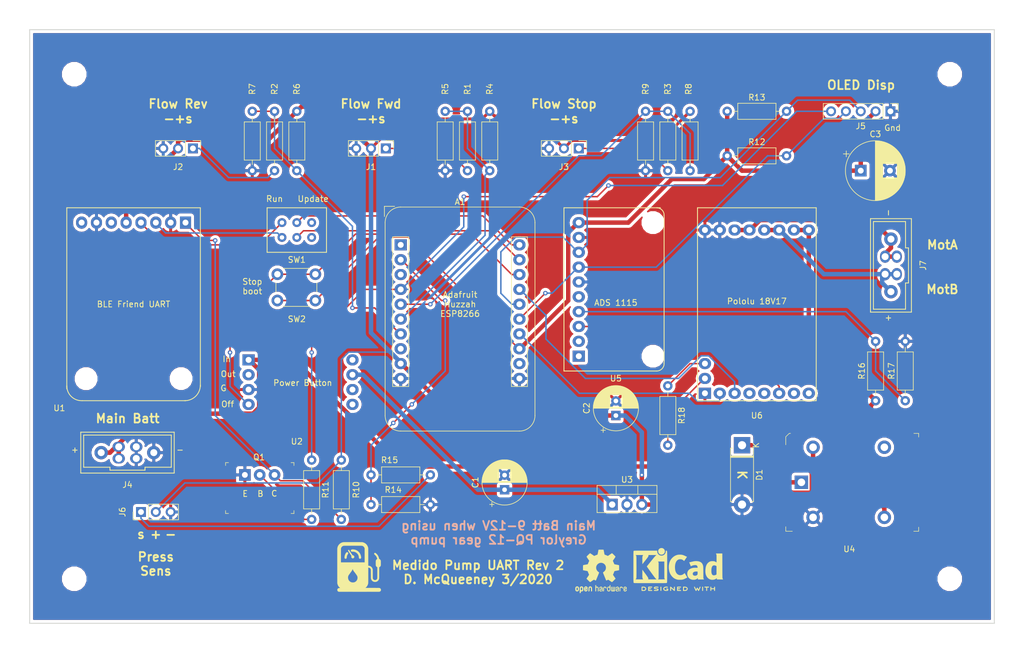
<source format=kicad_pcb>
(kicad_pcb (version 20171130) (host pcbnew 5.0.2+dfsg1-1~bpo9+1)
  (layers (0 F.Cu signal) (31 B.Cu signal) (34 B.Paste user) (35 F.Paste user) (36 B.SilkS user) (37 F.SilkS user) (38 B.Mask user) (39 F.Mask user) (44 Edge.Cuts user))
  (net 0 "")
  (net 1 GND)
  (net 2 "Net-(Q1-Pad2)")
  (net 3 "Net-(Q1-Pad3)")
  (net 4 "Net-(R16-Pad2)")
  (net 5 "Net-(J1-Pad1)")
  (net 6 "Net-(A1-Pad6)")
  (net 7 "Net-(A1-Pad7)")
  (net 8 "Net-(J2-Pad1)")
  (net 9 +5V)
  (net 10 "Net-(A1-Pad5)")
  (net 11 /OLED_RST)
  (net 12 +3V3)
  (net 13 "Net-(A1-Pad15)")
  (net 14 "Net-(A1-Pad16)")
  (net 15 "Net-(A1-Pad2)")
  (net 16 "Net-(J6-Pad1)")
  (net 17 "Net-(R16-Pad1)")
  (net 18 "Net-(J3-Pad1)")
  (net 19 "Net-(C1-Pad1)")
  (net 20 "Net-(A1-Pad1)")
  (net 21 "Net-(A1-Pad20)")
  (net 22 "Net-(A1-Pad19)")
  (net 23 "Net-(A1-Pad3)")
  (net 24 "Net-(A1-Pad18)")
  (net 25 "Net-(A1-Pad17)")
  (net 26 "Net-(A1-Pad14)")
  (net 27 "Net-(A1-Pad8)")
  (net 28 "Net-(A1-Pad12)")
  (net 29 "Net-(U5-Pad1)")
  (net 30 "Net-(U5-Pad2)")
  (net 31 "Net-(U5-Pad3)")
  (net 32 "Net-(U5-Pad5)")
  (net 33 "Net-(SW1-Pad1)")
  (net 34 "Net-(SW1-Pad3)")
  (net 35 "Net-(U1-Pad6)")
  (net 36 "Net-(U1-Pad8)")
  (net 37 "Net-(U2-Pad8)")
  (net 38 "Net-(U2-Pad6)")
  (net 39 "Net-(U2-Pad5)")
  (net 40 "Net-(U2-Pad2)")
  (net 41 "Net-(U4-Pad4)")
  (net 42 "Net-(U6-Pad4)")
  (net 43 "Net-(J7-Pad1)")
  (net 44 "Net-(U6-Pad5)")
  (net 45 "Net-(U6-Pad7)")
  (net 46 "Net-(U6-Pad8)")
  (net 47 "Net-(R18-Pad1)")
  (net 48 "Net-(R18-Pad2)")
  (net 49 "Net-(J4-Pad4)")
  (net 50 "Net-(J7-Pad4)")
  (module MedidoFootprints:MultiplexConn (layer F.Cu) (at 37.06 100.33)
    (fp_text reference J4 (at 0 5.5) (layer F.SilkS))
    (fp_text value MultiplexConn)
    (fp_text user + (at -9 -0.5) (layer F.SilkS))
    (fp_text user - (at 9 -0.5) (layer F.SilkS))
    (pad 3 thru_hole oval (at 1.5 1) (size 2.1 1.7) (drill oval 1.2) (layers *.Cu *.Mask) (net 1 GND))
    (pad 5 thru_hole oval (at -1.5 1) (size 2.1 1.7) (drill oval 1.2) (layers *.Cu *.Mask) (net 49 "Net-(J4-Pad4)"))
    (pad 4 thru_hole oval (at -4.5 0) (size 2.3 2.3) (drill oval 1.2) (layers *.Cu *.Mask) (net 49 "Net-(J4-Pad4)"))
    (pad 6 thru_hole oval (at -1.5 -1) (size 2.1 1.7) (drill oval 1.2) (layers *.Cu *.Mask) (net 49 "Net-(J4-Pad4)"))
    (pad 2 thru_hole oval (at 1.5 -1 180) (size 2.1 1.7) (drill oval 1.2) (layers *.Cu *.Mask) (net 1 GND))
    (pad 1 thru_hole oval (at 4.5 0) (size 2.3 2.3) (drill oval 1.2) (layers *.Cu *.Mask) (net 1 GND))
  )
  (module MedidoFootprints:MultiplexConn (layer F.Cu) (at 167.7275 68.28396 90)
    (fp_text reference J7 (at 0 5.5 90) (layer F.SilkS))
    (fp_text value MultiplexConn)
    (fp_text user + (at -9 -0.5 90) (layer F.SilkS))
    (fp_text user - (at 9 -0.5 90) (layer F.SilkS))
    (pad 3 thru_hole oval (at 1.5 1 90) (size 2.1 1.7) (drill oval 1.2) (layers *.Cu *.Mask) (net 43 "Net-(J7-Pad1)"))
    (pad 5 thru_hole oval (at -1.5 1 90) (size 2.1 1.7) (drill oval 1.2) (layers *.Cu *.Mask) (net 50 "Net-(J7-Pad4)"))
    (pad 4 thru_hole oval (at -4.5 0 90) (size 2.3 2.3) (drill oval 1.2) (layers *.Cu *.Mask) (net 50 "Net-(J7-Pad4)"))
    (pad 6 thru_hole oval (at -1.5 -1 90) (size 2.1 1.7) (drill oval 1.2) (layers *.Cu *.Mask) (net 50 "Net-(J7-Pad4)"))
    (pad 2 thru_hole oval (at 1.5 -1 270) (size 2.1 1.7) (drill oval 1.2) (layers *.Cu *.Mask) (net 43 "Net-(J7-Pad1)"))
    (pad 1 thru_hole oval (at 4.5 0 90) (size 2.3 2.3) (drill oval 1.2) (layers *.Cu *.Mask) (net 43 "Net-(J7-Pad1)"))
  )
  (module Resistor_THT:R_Axial_DIN0207_L6.3mm_D2.5mm_P10.16mm_Horizontal (layer F.Cu) (at 129.54 88.9 270)
    (fp_text reference R18 (at 5.08 -2.37 270) (layer F.SilkS))
    (fp_text value "Curr Lim")
    (pad 2 thru_hole oval (at 10.16 0 270) (size 1.6 1.6) (drill 0.8) (layers *.Cu *.Mask) (net 48 "Net-(R18-Pad2)"))
    (pad 1 thru_hole circle (at 0 0 270) (size 1.6 1.6) (drill 0.8) (layers *.Cu *.Mask) (net 47 "Net-(R18-Pad1)"))
  )
  (module Capacitor_THT:CP_Radial_D7.5mm_P2.50mm (layer F.Cu) (at 101.6 106.68 90)
    (fp_text reference C1 (at 1.25 -5 90) (layer F.SilkS))
    (fp_text value C)
    (pad 2 thru_hole circle (at 2.5 0 90) (size 1.6 1.6) (drill 0.8) (layers *.Cu *.Mask) (net 1 GND))
    (pad 1 thru_hole rect (at 0 0 90) (size 1.6 1.6) (drill 0.8) (layers *.Cu *.Mask) (net 19 "Net-(C1-Pad1)"))
  )
  (module Capacitor_THT:CP_Radial_D7.5mm_P2.50mm (layer F.Cu) (at 120.65 93.98 90)
    (fp_text reference C2 (at 1.25 -5 90) (layer F.SilkS))
    (fp_text value C)
    (pad 2 thru_hole circle (at 2.5 0 90) (size 1.6 1.6) (drill 0.8) (layers *.Cu *.Mask) (net 1 GND))
    (pad 1 thru_hole rect (at 0 0 90) (size 1.6 1.6) (drill 0.8) (layers *.Cu *.Mask) (net 9 +5V))
  )
  (module MedidoFootprints:Pololu18V17 (layer F.Cu) (at 144.78 76.2)
    (fp_text reference U6 (at 0 17.78) (layer F.SilkS))
    (fp_text value Pololu18v17)
    (fp_text user "Pololu 18V17" (at 0 -1.778) (layer F.SilkS))
    (pad 17 thru_hole oval (at -8.89 8.89) (size 2.1 1.9) (drill 1.02) (layers *.Cu *.Mask) (net 47 "Net-(R18-Pad1)"))
    (pad 18 thru_hole oval (at -8.89 11.43) (size 2.1 1.9) (drill 1.02) (layers *.Cu *.Mask) (net 48 "Net-(R18-Pad2)"))
    (pad 16 thru_hole oval (at -8.89 -13.97) (size 2.1 1.9) (drill 1.02) (layers *.Cu *.Mask) (net 1 GND))
    (pad 15 thru_hole oval (at -6.35 -13.97) (size 2.1 1.9) (drill 1.02) (layers *.Cu *.Mask) (net 1 GND))
    (pad 14 thru_hole oval (at -3.81 -13.97) (size 2.1 1.9) (drill 1.02) (layers *.Cu *.Mask) (net 43 "Net-(J7-Pad1)"))
    (pad 13 thru_hole oval (at -1.27 -13.97) (size 2.1 1.9) (drill 1.02) (layers *.Cu *.Mask) (net 43 "Net-(J7-Pad1)"))
    (pad 12 thru_hole oval (at 1.27 -13.97) (size 2.1 1.9) (drill 1.02) (layers *.Cu *.Mask) (net 50 "Net-(J7-Pad4)"))
    (pad 11 thru_hole oval (at 3.81 -13.97) (size 2.1 1.9) (drill 1.02) (layers *.Cu *.Mask) (net 50 "Net-(J7-Pad4)"))
    (pad 10 thru_hole oval (at 6.35 -13.97) (size 2.1 1.9) (drill 1.02) (layers *.Cu *.Mask) (net 17 "Net-(R16-Pad1)"))
    (pad 9 thru_hole oval (at 8.89 -13.97) (size 2.1 1.9) (drill 1.02) (layers *.Cu *.Mask) (net 17 "Net-(R16-Pad1)"))
    (pad 8 thru_hole oval (at 8.89 13.97) (size 2.1 1.9) (drill 1.02) (layers *.Cu *.Mask) (net 46 "Net-(U6-Pad8)"))
    (pad 7 thru_hole oval (at 6.35 13.97) (size 2.1 1.9) (drill 1.02) (layers *.Cu *.Mask) (net 45 "Net-(U6-Pad7)"))
    (pad 6 thru_hole oval (at 3.81 13.97) (size 2.1 1.9) (drill 1.02) (layers *.Cu *.Mask) (net 31 "Net-(U5-Pad3)"))
    (pad 5 thru_hole oval (at 1.27 13.97) (size 2.1 1.9) (drill 1.02) (layers *.Cu *.Mask) (net 44 "Net-(U6-Pad5)"))
    (pad 4 thru_hole oval (at -1.27 13.97) (size 2.1 1.9) (drill 1.02) (layers *.Cu *.Mask) (net 42 "Net-(U6-Pad4)"))
    (pad 3 thru_hole oval (at -3.81 13.97) (size 2.1 1.9) (drill 1.02) (layers *.Cu *.Mask) (net 25 "Net-(A1-Pad17)"))
    (pad 2 thru_hole oval (at -6.35 13.97) (size 2.1 1.9) (drill 1.02) (layers *.Cu *.Mask) (net 26 "Net-(A1-Pad14)"))
    (pad 1 thru_hole rect (at -8.89 13.97) (size 2.1 1.9) (drill 1.02) (layers *.Cu *.Mask) (net 1 GND))
  )
  (module MedidoFootprints:SmallSlider (layer F.Cu) (at 66.04 60.96)
    (fp_text reference SW1 (at 0 6.35) (layer F.SilkS))
    (fp_text value SW_DPST)
    (pad 6 thru_hole circle (at 2.54 0) (size 1.524 1.524) (drill 0.762) (layers *.Cu *.Mask))
    (pad 5 thru_hole circle (at 2.54 2.54) (size 1.524 1.524) (drill 0.762) (layers *.Cu *.Mask))
    (pad 3 thru_hole circle (at -2.54 0) (size 1.524 1.524) (drill 0.762) (layers *.Cu *.Mask) (net 34 "Net-(SW1-Pad3)"))
    (pad 4 thru_hole circle (at 0 0) (size 1.524 1.524) (drill 0.762) (layers *.Cu *.Mask) (net 21 "Net-(A1-Pad20)"))
    (pad 2 thru_hole circle (at 0 2.54) (size 1.524 1.524) (drill 0.762) (layers *.Cu *.Mask) (net 22 "Net-(A1-Pad19)"))
    (pad 1 thru_hole circle (at -2.54 2.54) (size 1.524 1.524) (drill 0.762) (layers *.Cu *.Mask) (net 33 "Net-(SW1-Pad1)"))
  )
  (module Module:Adafruit_HUZZAH_ESP8266_breakout (layer F.Cu) (at 83.82 64.77)
    (fp_text reference A1 (at 10.16 -7.35) (layer F.SilkS))
    (fp_text value Adafruit_HUZZAH_ESP8266_breakout)
    (pad 11 thru_hole oval (at 20.32 22.86) (size 2.1 1.9) (drill 1.02) (layers *.Cu *.Mask) (net 1 GND))
    (pad 10 thru_hole oval (at 0 22.86) (size 2.1 1.9) (drill 1.02) (layers *.Cu *.Mask) (net 1 GND))
    (pad 12 thru_hole oval (at 20.32 20.32) (size 2.1 1.9) (drill 1.02) (layers *.Cu *.Mask) (net 28 "Net-(A1-Pad12)"))
    (pad 9 thru_hole oval (at 0 20.32) (size 2.1 1.9) (drill 1.02) (layers *.Cu *.Mask) (net 9 +5V))
    (pad 13 thru_hole oval (at 20.32 17.78) (size 2.1 1.9) (drill 1.02) (layers *.Cu *.Mask) (net 12 +3V3))
    (pad 8 thru_hole oval (at 0 17.78) (size 2.1 1.9) (drill 1.02) (layers *.Cu *.Mask) (net 27 "Net-(A1-Pad8)"))
    (pad 14 thru_hole oval (at 20.32 15.24) (size 2.1 1.9) (drill 1.02) (layers *.Cu *.Mask) (net 26 "Net-(A1-Pad14)"))
    (pad 7 thru_hole oval (at 0 15.24) (size 2.1 1.9) (drill 1.02) (layers *.Cu *.Mask) (net 7 "Net-(A1-Pad7)"))
    (pad 15 thru_hole oval (at 20.32 12.7) (size 2.1 1.9) (drill 1.02) (layers *.Cu *.Mask) (net 13 "Net-(A1-Pad15)"))
    (pad 6 thru_hole oval (at 0 12.7) (size 2.1 1.9) (drill 1.02) (layers *.Cu *.Mask) (net 6 "Net-(A1-Pad6)"))
    (pad 16 thru_hole oval (at 20.32 10.16) (size 2.1 1.9) (drill 1.02) (layers *.Cu *.Mask) (net 14 "Net-(A1-Pad16)"))
    (pad 5 thru_hole oval (at 0 10.16) (size 2.1 1.9) (drill 1.02) (layers *.Cu *.Mask) (net 10 "Net-(A1-Pad5)"))
    (pad 17 thru_hole oval (at 20.32 7.62) (size 2.1 1.9) (drill 1.02) (layers *.Cu *.Mask) (net 25 "Net-(A1-Pad17)"))
    (pad 4 thru_hole oval (at 0 7.62) (size 2.1 1.9) (drill 1.02) (layers *.Cu *.Mask) (net 11 /OLED_RST))
    (pad 18 thru_hole oval (at 20.32 5.08) (size 2.1 1.9) (drill 1.02) (layers *.Cu *.Mask) (net 24 "Net-(A1-Pad18)"))
    (pad 3 thru_hole oval (at 0 5.08) (size 2.1 1.9) (drill 1.02) (layers *.Cu *.Mask) (net 23 "Net-(A1-Pad3)"))
    (pad 19 thru_hole oval (at 20.32 2.54) (size 2.1 1.9) (drill 1.02) (layers *.Cu *.Mask) (net 22 "Net-(A1-Pad19)"))
    (pad 2 thru_hole oval (at 0 2.54) (size 2.1 1.9) (drill 1.02) (layers *.Cu *.Mask) (net 15 "Net-(A1-Pad2)"))
    (pad 20 thru_hole oval (at 20.32 0) (size 2.1 1.9) (drill 1.02) (layers *.Cu *.Mask) (net 21 "Net-(A1-Pad20)"))
    (pad 1 thru_hole rect (at 0 0) (size 2.1 1.9) (drill 1.02) (layers *.Cu *.Mask) (net 20 "Net-(A1-Pad1)"))
  )
  (module Resistor_THT:R_Axial_DIN0207_L6.3mm_D2.5mm_P10.16mm_Horizontal (layer F.Cu) (at 99.06 41.91 270)
    (fp_text reference R4 (at -3.81 0 270) (layer F.SilkS))
    (fp_text value Optional)
    (pad 2 thru_hole oval (at 10.16 0 270) (size 1.6 1.6) (drill 0.8) (layers *.Cu *.Mask) (net 6 "Net-(A1-Pad6)"))
    (pad 1 thru_hole circle (at 0 0 270) (size 1.6 1.6) (drill 0.8) (layers *.Cu *.Mask) (net 9 +5V))
  )
  (module MedidoFootprints:PowerButton (layer F.Cu) (at 57.785 89.535)
    (fp_text reference U2 (at 8.255 8.89) (layer F.SilkS))
    (fp_text value PowerButton)
    (fp_text user "Power Button" (at 9.271 -1.143) (layer F.SilkS))
    (pad 8 thru_hole oval (at 17.78 -5.08) (size 2.1 1.9) (drill 1.02) (layers *.Cu *.Mask) (net 37 "Net-(U2-Pad8)"))
    (pad 7 thru_hole oval (at 17.78 -2.54) (size 2.1 1.9) (drill 1.02) (layers *.Cu *.Mask) (net 19 "Net-(C1-Pad1)"))
    (pad 6 thru_hole oval (at 17.78 0) (size 2.1 1.9) (drill 1.02) (layers *.Cu *.Mask) (net 38 "Net-(U2-Pad6)"))
    (pad 5 thru_hole oval (at 17.78 2.54) (size 2.1 1.9) (drill 1.02) (layers *.Cu *.Mask) (net 39 "Net-(U2-Pad5)"))
    (pad 4 thru_hole oval (at 0 2.54) (size 2.1 1.9) (drill 1.02) (layers *.Cu *.Mask) (net 24 "Net-(A1-Pad18)"))
    (pad 3 thru_hole oval (at 0 0) (size 2.1 1.9) (drill 1.02) (layers *.Cu *.Mask) (net 1 GND))
    (pad 2 thru_hole oval (at 0 -2.54) (size 2.1 1.9) (drill 1.02) (layers *.Cu *.Mask) (net 40 "Net-(U2-Pad2)"))
    (pad 1 thru_hole rect (at 0 -5.08) (size 2.1 1.9) (drill 1.02) (layers *.Cu *.Mask) (net 49 "Net-(J4-Pad4)"))
  )
  (module MedidoFootprints:ADS_1115 (layer F.Cu) (at 114.3 71.12)
    (fp_text reference U5 (at 6.35 16.51) (layer F.SilkS))
    (fp_text value ADS_1115)
    (fp_text user "ADS 1115" (at 6.35 3.556) (layer F.SilkS))
    (pad "" np_thru_hole circle (at 12.7 -10.16) (size 2.9 2.9) (drill 2.9) (layers *.Cu *.Mask))
    (pad "" np_thru_hole circle (at 12.7 12.7) (size 2.9 2.9) (drill 2.9) (layers *.Cu *.Mask))
    (pad 10 thru_hole oval (at 0 -10.16) (size 2.1 1.9) (drill 1.02) (layers *.Cu *.Mask) (net 12 +3V3))
    (pad 9 thru_hole oval (at 0 -7.62) (size 2.1 1.9) (drill 1.02) (layers *.Cu *.Mask) (net 1 GND))
    (pad 8 thru_hole oval (at 0 -5.08) (size 2.1 1.9) (drill 1.02) (layers *.Cu *.Mask) (net 14 "Net-(A1-Pad16)"))
    (pad 7 thru_hole oval (at 0 -2.54) (size 2.1 1.9) (drill 1.02) (layers *.Cu *.Mask) (net 13 "Net-(A1-Pad15)"))
    (pad 6 thru_hole oval (at 0 0) (size 2.1 1.9) (drill 1.02) (layers *.Cu *.Mask) (net 1 GND))
    (pad 5 thru_hole oval (at 0 2.54) (size 2.1 1.9) (drill 1.02) (layers *.Cu *.Mask) (net 32 "Net-(U5-Pad5)"))
    (pad 4 thru_hole oval (at 0 5.08) (size 2.1 1.9) (drill 1.02) (layers *.Cu *.Mask) (net 4 "Net-(R16-Pad2)"))
    (pad 3 thru_hole oval (at 0 7.62) (size 2.1 1.9) (drill 1.02) (layers *.Cu *.Mask) (net 31 "Net-(U5-Pad3)"))
    (pad 2 thru_hole oval (at 0 10.16) (size 2.1 1.9) (drill 1.02) (layers *.Cu *.Mask) (net 30 "Net-(U5-Pad2)"))
    (pad 1 thru_hole rect (at 0 12.7) (size 2.1 1.9) (drill 1.02) (layers *.Cu *.Mask) (net 29 "Net-(U5-Pad1)"))
  )
  (module MedidoFootprints:BLE_FRIEND (layer F.Cu) (at 38.1 60.96 270)
    (fp_text reference U1 (at 31.75 12.7) (layer F.SilkS))
    (fp_text value BLE_FRIEND)
    (fp_text user "BLE Friend UART" (at 13.97 0) (layer F.SilkS))
    (pad "" np_thru_hole circle (at 26.6954 8.128 270) (size 2.9 2.9) (drill 2.9) (layers *.Cu *.Mask))
    (pad "" np_thru_hole circle (at 26.7208 8.128 270) (size 2.9 2.9) (drill 2.9) (layers *.Cu *.Mask))
    (pad "" np_thru_hole circle (at 26.6954 -8.128 270) (size 2.9 2.9) (drill 2.9) (layers *.Cu *.Mask))
    (pad 8 thru_hole oval (at 0 8.89 270) (size 2.1 1.9) (drill 1.02) (layers *.Cu *.Mask) (net 36 "Net-(U1-Pad8)"))
    (pad 7 thru_hole oval (at 0 6.35 270) (size 2.1 1.9) (drill 1.02) (layers *.Cu *.Mask) (net 1 GND))
    (pad 6 thru_hole oval (at 0 3.81 270) (size 2.1 1.9) (drill 1.02) (layers *.Cu *.Mask) (net 35 "Net-(U1-Pad6)"))
    (pad 5 thru_hole oval (at 0 1.27 270) (size 2.1 1.9) (drill 1.02) (layers *.Cu *.Mask) (net 9 +5V))
    (pad 4 thru_hole oval (at 0 -1.27 270) (size 2.1 1.9) (drill 1.02) (layers *.Cu *.Mask) (net 34 "Net-(SW1-Pad3)"))
    (pad 3 thru_hole oval (at 0 -3.81 270) (size 2.1 1.9) (drill 1.02) (layers *.Cu *.Mask) (net 33 "Net-(SW1-Pad1)"))
    (pad 2 thru_hole oval (at 0 -6.35 270) (size 2.1 1.9) (drill 1.02) (layers *.Cu *.Mask) (net 1 GND))
    (pad 1 thru_hole rect (at 0 -8.89 270) (size 2.1 1.9) (drill 1.02) (layers *.Cu *.Mask) (net 3 "Net-(Q1-Pad3)"))
  )
  (module Capacitor_THT:CP_Radial_D10.0mm_P5.00mm (layer F.Cu) (at 162.56 52.07)
    (fp_text reference C3 (at 2.5 -6.25) (layer F.SilkS))
    (fp_text value 220uF)
    (pad 2 thru_hole circle (at 5 0) (size 2 2) (drill 1) (layers *.Cu *.Mask) (net 1 GND))
    (pad 1 thru_hole rect (at 0 0) (size 2 2) (drill 1) (layers *.Cu *.Mask) (net 12 +3V3))
  )
  (module Connector_PinHeader_2.54mm:PinHeader_1x03_P2.54mm_Vertical (layer F.Cu) (at 114.3 48.26 270)
    (fp_text reference J3 (at 3.175 2.54) (layer F.SilkS))
    (fp_text value Flow_Stop)
    (pad 3 thru_hole oval (at 0 5.08 270) (size 1.7 1.7) (drill 1) (layers *.Cu *.Mask) (net 1 GND))
    (pad 2 thru_hole oval (at 0 2.54 270) (size 1.7 1.7) (drill 1) (layers *.Cu *.Mask) (net 9 +5V))
    (pad 1 thru_hole rect (at 0 0 270) (size 1.7 1.7) (drill 1) (layers *.Cu *.Mask) (net 18 "Net-(J3-Pad1)"))
  )
  (module Connector_PinHeader_2.54mm:PinHeader_1x03_P2.54mm_Vertical (layer F.Cu) (at 48.26 48.26 270)
    (fp_text reference J2 (at 3.175 2.54) (layer F.SilkS))
    (fp_text value Flow_Rev)
    (pad 3 thru_hole oval (at 0 5.08 270) (size 1.7 1.7) (drill 1) (layers *.Cu *.Mask) (net 1 GND))
    (pad 2 thru_hole oval (at 0 2.54 270) (size 1.7 1.7) (drill 1) (layers *.Cu *.Mask) (net 9 +5V))
    (pad 1 thru_hole rect (at 0 0 270) (size 1.7 1.7) (drill 1) (layers *.Cu *.Mask) (net 8 "Net-(J2-Pad1)"))
  )
  (module Connector_PinHeader_2.54mm:PinHeader_1x03_P2.54mm_Vertical (layer F.Cu) (at 81.28 48.26 270)
    (fp_text reference J1 (at 3.175 2.54) (layer F.SilkS))
    (fp_text value Flow_Fwd)
    (pad 3 thru_hole oval (at 0 5.08 270) (size 1.7 1.7) (drill 1) (layers *.Cu *.Mask) (net 1 GND))
    (pad 2 thru_hole oval (at 0 2.54 270) (size 1.7 1.7) (drill 1) (layers *.Cu *.Mask) (net 9 +5V))
    (pad 1 thru_hole rect (at 0 0 270) (size 1.7 1.7) (drill 1) (layers *.Cu *.Mask) (net 5 "Net-(J1-Pad1)"))
  )
  (module Connector_PinHeader_2.54mm:PinHeader_1x03_P2.54mm_Vertical (layer F.Cu) (at 39.37 110.49 90)
    (fp_text reference J6 (at 0 -3.175 90) (layer F.SilkS))
    (fp_text value Press_Sens)
    (pad 3 thru_hole oval (at 0 5.08 90) (size 1.7 1.7) (drill 1) (layers *.Cu *.Mask) (net 1 GND))
    (pad 2 thru_hole oval (at 0 2.54 90) (size 1.7 1.7) (drill 1) (layers *.Cu *.Mask) (net 9 +5V))
    (pad 1 thru_hole rect (at 0 0 90) (size 1.7 1.7) (drill 1) (layers *.Cu *.Mask) (net 16 "Net-(J6-Pad1)"))
  )
  (module Connector_PinHeader_2.54mm:PinHeader_1x05_P2.54mm_Vertical (layer F.Cu) (at 167.64 41.91 270)
    (fp_text reference J5 (at 2.54 5.08) (layer F.SilkS))
    (fp_text value "OLED Disp")
    (pad 5 thru_hole oval (at 0 10.16 270) (size 1.7 1.7) (drill 1) (layers *.Cu *.Mask) (net 11 /OLED_RST))
    (pad 4 thru_hole oval (at 0 7.62 270) (size 1.7 1.7) (drill 1) (layers *.Cu *.Mask) (net 13 "Net-(A1-Pad15)"))
    (pad 3 thru_hole oval (at 0 5.08 270) (size 1.7 1.7) (drill 1) (layers *.Cu *.Mask) (net 14 "Net-(A1-Pad16)"))
    (pad 2 thru_hole oval (at 0 2.54 270) (size 1.7 1.7) (drill 1) (layers *.Cu *.Mask) (net 12 +3V3))
    (pad 1 thru_hole rect (at 0 0 270) (size 1.7 1.7) (drill 1) (layers *.Cu *.Mask) (net 1 GND))
  )
  (module digikey-footprints:Relay_THT_G5LE-14 (layer F.Cu) (at 152.4 105.41)
    (fp_text reference U4 (at 8.2 11.43) (layer F.SilkS))
    (fp_text value HK3FF_RELAY)
    (pad 4 thru_hole circle (at 14.2 -6) (size 2.3 2.3) (drill 1.3) (layers *.Cu *.Mask) (net 41 "Net-(U4-Pad4)"))
    (pad 3 thru_hole circle (at 14.2 6) (size 2.3 2.3) (drill 1.3) (layers *.Cu *.Mask) (net 17 "Net-(R16-Pad1)"))
    (pad 5 thru_hole circle (at 2 -6) (size 2.3 2.3) (drill 1.3) (layers *.Cu *.Mask) (net 9 +5V))
    (pad 2 thru_hole circle (at 2 6) (size 2.3 2.3) (drill 1.3) (layers *.Cu *.Mask) (net 1 GND))
    (pad 1 thru_hole rect (at 0 0) (size 2.3 2.3) (drill 1.3) (layers *.Cu *.Mask) (net 49 "Net-(J4-Pad4)"))
  )
  (module Button_Switch_THT:SW_PUSH_6mm (layer F.Cu) (at 69.215 74.295 180)
    (fp_text reference SW2 (at 3.175 -3.175 180) (layer F.SilkS))
    (fp_text value ~Boot)
    (pad 1 thru_hole circle (at 6.5 0 270) (size 2 2) (drill 1.1) (layers *.Cu *.Mask) (net 12 +3V3))
    (pad 2 thru_hole circle (at 6.5 4.5 270) (size 2 2) (drill 1.1) (layers *.Cu *.Mask) (net 24 "Net-(A1-Pad18)"))
    (pad 1 thru_hole circle (at 0 0 270) (size 2 2) (drill 1.1) (layers *.Cu *.Mask) (net 12 +3V3))
    (pad 2 thru_hole circle (at 0 4.5 270) (size 2 2) (drill 1.1) (layers *.Cu *.Mask) (net 24 "Net-(A1-Pad18)"))
  )
  (module Diode_THT:D_5W_P10.16mm_Horizontal (layer F.Cu) (at 142.24 99.06 270)
    (fp_text reference D1 (at 5.08 -2.97 270) (layer F.SilkS))
    (fp_text value D)
    (fp_text user K (at 0 -2.4 270) (layer F.SilkS))
    (pad 2 thru_hole oval (at 10.16 0 270) (size 2.8 2.8) (drill 1.4) (layers *.Cu *.Mask) (net 1 GND))
    (pad 1 thru_hole rect (at 0 0 270) (size 2.8 2.8) (drill 1.4) (layers *.Cu *.Mask) (net 9 +5V))
  )
  (module Package_TO_SOT_THT:TO-220-3_Vertical (layer F.Cu) (at 120.015 109.22)
    (fp_text reference U3 (at 2.54 -4.27) (layer F.SilkS))
    (fp_text value LM7805_TO220)
    (pad 3 thru_hole oval (at 5.08 0) (size 1.905 2) (drill 1.1) (layers *.Cu *.Mask) (net 9 +5V))
    (pad 2 thru_hole oval (at 2.54 0) (size 1.905 2) (drill 1.1) (layers *.Cu *.Mask) (net 1 GND))
    (pad 1 thru_hole rect (at 0 0) (size 1.905 2) (drill 1.1) (layers *.Cu *.Mask) (net 19 "Net-(C1-Pad1)"))
  )
  (module Resistor_THT:R_Axial_DIN0207_L6.3mm_D2.5mm_P10.16mm_Horizontal (layer F.Cu) (at 125.73 41.91 270)
    (fp_text reference R9 (at -3.81 0 270) (layer F.SilkS))
    (fp_text value 3K3)
    (pad 2 thru_hole oval (at 10.16 0 270) (size 1.6 1.6) (drill 0.8) (layers *.Cu *.Mask) (net 1 GND))
    (pad 1 thru_hole circle (at 0 0 270) (size 1.6 1.6) (drill 0.8) (layers *.Cu *.Mask) (net 10 "Net-(A1-Pad5)"))
  )
  (module Resistor_THT:R_Axial_DIN0207_L6.3mm_D2.5mm_P10.16mm_Horizontal (layer F.Cu) (at 129.54 41.91 270)
    (fp_text reference R3 (at -3.81 0 270) (layer F.SilkS))
    (fp_text value 2K2)
    (pad 2 thru_hole oval (at 10.16 0 270) (size 1.6 1.6) (drill 0.8) (layers *.Cu *.Mask) (net 18 "Net-(J3-Pad1)"))
    (pad 1 thru_hole circle (at 0 0 270) (size 1.6 1.6) (drill 0.8) (layers *.Cu *.Mask) (net 10 "Net-(A1-Pad5)"))
  )
  (module Resistor_THT:R_Axial_DIN0207_L6.3mm_D2.5mm_P10.16mm_Horizontal (layer F.Cu) (at 165.1 91.44 90)
    (fp_text reference R16 (at 5.08 -2.37 90) (layer F.SilkS))
    (fp_text value 22K)
    (pad 2 thru_hole oval (at 10.16 0 90) (size 1.6 1.6) (drill 0.8) (layers *.Cu *.Mask) (net 4 "Net-(R16-Pad2)"))
    (pad 1 thru_hole circle (at 0 0 90) (size 1.6 1.6) (drill 0.8) (layers *.Cu *.Mask) (net 17 "Net-(R16-Pad1)"))
  )
  (module Resistor_THT:R_Axial_DIN0207_L6.3mm_D2.5mm_P10.16mm_Horizontal (layer F.Cu) (at 88.9 104.14 180)
    (fp_text reference R15 (at 6.985 2.54 180) (layer F.SilkS))
    (fp_text value 22K)
    (pad 2 thru_hole oval (at 10.16 0 180) (size 1.6 1.6) (drill 0.8) (layers *.Cu *.Mask) (net 15 "Net-(A1-Pad2)"))
    (pad 1 thru_hole circle (at 0 0 180) (size 1.6 1.6) (drill 0.8) (layers *.Cu *.Mask) (net 16 "Net-(J6-Pad1)"))
  )
  (module Resistor_THT:R_Axial_DIN0207_L6.3mm_D2.5mm_P10.16mm_Horizontal (layer F.Cu) (at 78.74 109.22)
    (fp_text reference R14 (at 3.81 -2.54) (layer F.SilkS))
    (fp_text value 4K7)
    (pad 2 thru_hole oval (at 10.16 0) (size 1.6 1.6) (drill 0.8) (layers *.Cu *.Mask) (net 1 GND))
    (pad 1 thru_hole circle (at 0 0) (size 1.6 1.6) (drill 0.8) (layers *.Cu *.Mask) (net 15 "Net-(A1-Pad2)"))
  )
  (module Resistor_THT:R_Axial_DIN0207_L6.3mm_D2.5mm_P10.16mm_Horizontal (layer F.Cu) (at 139.7 41.91)
    (fp_text reference R13 (at 5.08 -2.37) (layer F.SilkS))
    (fp_text value 4K7)
    (pad 2 thru_hole oval (at 10.16 0) (size 1.6 1.6) (drill 0.8) (layers *.Cu *.Mask) (net 14 "Net-(A1-Pad16)"))
    (pad 1 thru_hole circle (at 0 0) (size 1.6 1.6) (drill 0.8) (layers *.Cu *.Mask) (net 12 +3V3))
  )
  (module Resistor_THT:R_Axial_DIN0207_L6.3mm_D2.5mm_P10.16mm_Horizontal (layer F.Cu) (at 139.7 49.53)
    (fp_text reference R12 (at 5.08 -2.37) (layer F.SilkS))
    (fp_text value 4K7)
    (pad 2 thru_hole oval (at 10.16 0) (size 1.6 1.6) (drill 0.8) (layers *.Cu *.Mask) (net 13 "Net-(A1-Pad15)"))
    (pad 1 thru_hole circle (at 0 0) (size 1.6 1.6) (drill 0.8) (layers *.Cu *.Mask) (net 12 +3V3))
  )
  (module Resistor_THT:R_Axial_DIN0207_L6.3mm_D2.5mm_P10.16mm_Horizontal (layer F.Cu) (at 68.58 101.6 270)
    (fp_text reference R11 (at 5.08 -2.37 270) (layer F.SilkS))
    (fp_text value 47K)
    (pad 2 thru_hole oval (at 10.16 0 270) (size 1.6 1.6) (drill 0.8) (layers *.Cu *.Mask) (net 2 "Net-(Q1-Pad2)"))
    (pad 1 thru_hole circle (at 0 0 270) (size 1.6 1.6) (drill 0.8) (layers *.Cu *.Mask) (net 11 /OLED_RST))
  )
  (module Resistor_THT:R_Axial_DIN0207_L6.3mm_D2.5mm_P10.16mm_Horizontal (layer F.Cu) (at 73.66 101.6 270)
    (fp_text reference R10 (at 5.08 -2.54 270) (layer F.SilkS))
    (fp_text value 4K7)
    (pad 2 thru_hole oval (at 10.16 0 270) (size 1.6 1.6) (drill 0.8) (layers *.Cu *.Mask) (net 3 "Net-(Q1-Pad3)"))
    (pad 1 thru_hole circle (at 0 0 270) (size 1.6 1.6) (drill 0.8) (layers *.Cu *.Mask) (net 9 +5V))
  )
  (module Resistor_THT:R_Axial_DIN0207_L6.3mm_D2.5mm_P10.16mm_Horizontal (layer F.Cu) (at 133.35 41.91 270)
    (fp_text reference R8 (at -3.81 0.254 270) (layer F.SilkS))
    (fp_text value Optional)
    (pad 2 thru_hole oval (at 10.16 0 270) (size 1.6 1.6) (drill 0.8) (layers *.Cu *.Mask) (net 10 "Net-(A1-Pad5)"))
    (pad 1 thru_hole circle (at 0 0 270) (size 1.6 1.6) (drill 0.8) (layers *.Cu *.Mask) (net 9 +5V))
  )
  (module Resistor_THT:R_Axial_DIN0207_L6.3mm_D2.5mm_P10.16mm_Horizontal (layer F.Cu) (at 58.42 41.91 270)
    (fp_text reference R7 (at -3.81 0 270) (layer F.SilkS))
    (fp_text value 3K3)
    (pad 2 thru_hole oval (at 10.16 0 270) (size 1.6 1.6) (drill 0.8) (layers *.Cu *.Mask) (net 1 GND))
    (pad 1 thru_hole circle (at 0 0 270) (size 1.6 1.6) (drill 0.8) (layers *.Cu *.Mask) (net 7 "Net-(A1-Pad7)"))
  )
  (module Resistor_THT:R_Axial_DIN0207_L6.3mm_D2.5mm_P10.16mm_Horizontal (layer F.Cu) (at 66.04 41.91 270)
    (fp_text reference R6 (at -3.81 0 270) (layer F.SilkS))
    (fp_text value Optional)
    (pad 2 thru_hole oval (at 10.16 0 270) (size 1.6 1.6) (drill 0.8) (layers *.Cu *.Mask) (net 7 "Net-(A1-Pad7)"))
    (pad 1 thru_hole circle (at 0 0 270) (size 1.6 1.6) (drill 0.8) (layers *.Cu *.Mask) (net 9 +5V))
  )
  (module Resistor_THT:R_Axial_DIN0207_L6.3mm_D2.5mm_P10.16mm_Horizontal (layer F.Cu) (at 91.44 41.91 270)
    (fp_text reference R5 (at -3.81 0 270) (layer F.SilkS))
    (fp_text value 3K3)
    (pad 2 thru_hole oval (at 10.16 0 270) (size 1.6 1.6) (drill 0.8) (layers *.Cu *.Mask) (net 1 GND))
    (pad 1 thru_hole circle (at 0 0 270) (size 1.6 1.6) (drill 0.8) (layers *.Cu *.Mask) (net 6 "Net-(A1-Pad6)"))
  )
  (module Resistor_THT:R_Axial_DIN0207_L6.3mm_D2.5mm_P10.16mm_Horizontal (layer F.Cu) (at 62.23 41.91 270)
    (fp_text reference R2 (at -3.81 0 270) (layer F.SilkS))
    (fp_text value 2K2)
    (pad 2 thru_hole oval (at 10.16 0 270) (size 1.6 1.6) (drill 0.8) (layers *.Cu *.Mask) (net 8 "Net-(J2-Pad1)"))
    (pad 1 thru_hole circle (at 0 0 270) (size 1.6 1.6) (drill 0.8) (layers *.Cu *.Mask) (net 7 "Net-(A1-Pad7)"))
  )
  (module Resistor_THT:R_Axial_DIN0207_L6.3mm_D2.5mm_P10.16mm_Horizontal (layer F.Cu) (at 95.25 41.91 270)
    (fp_text reference R1 (at -3.81 0 270) (layer F.SilkS))
    (fp_text value 2K2)
    (pad 2 thru_hole oval (at 10.16 0 270) (size 1.6 1.6) (drill 0.8) (layers *.Cu *.Mask) (net 5 "Net-(J1-Pad1)"))
    (pad 1 thru_hole circle (at 0 0 270) (size 1.6 1.6) (drill 0.8) (layers *.Cu *.Mask) (net 6 "Net-(A1-Pad6)"))
  )
  (module Resistor_THT:R_Axial_DIN0207_L6.3mm_D2.5mm_P10.16mm_Horizontal (layer F.Cu) (at 170.18 91.44 90)
    (fp_text reference R17 (at 5.08 -2.37 90) (layer F.SilkS))
    (fp_text value 3K3)
    (pad 2 thru_hole oval (at 10.16 0 90) (size 1.6 1.6) (drill 0.8) (layers *.Cu *.Mask) (net 1 GND))
    (pad 1 thru_hole circle (at 0 0 90) (size 1.6 1.6) (drill 0.8) (layers *.Cu *.Mask) (net 4 "Net-(R16-Pad2)"))
  )
  (module digikey-footprints:SIP-3_P2.54mm (layer F.Cu) (at 57.15 104.14)
    (fp_text reference Q1 (at 2.43 -3.02) (layer F.SilkS))
    (fp_text value Q_NPN_EBC)
    (pad 3 thru_hole circle (at 5.08 0) (size 2 2) (drill 1) (layers *.Cu *.Mask) (net 3 "Net-(Q1-Pad3)"))
    (pad 2 thru_hole circle (at 2.54 0) (size 2 2) (drill 1) (layers *.Cu *.Mask) (net 2 "Net-(Q1-Pad2)"))
    (pad 1 thru_hole rect (at 0 0) (size 2 2) (drill 1) (layers *.Cu *.Mask) (net 1 GND))
  )
  (module MountingHole:MountingHole_3.2mm_M3 (layer F.Cu) (at 27.94 35.56)
    (fp_text reference "" (at 0 -4.2) (layer F.SilkS))
    (fp_text value MountingHole_3.2mm_M3)
    (pad 1 np_thru_hole circle (at 0 0) (size 3.2 3.2) (drill 3.2) (layers *.Cu *.Mask))
  )
  (module MountingHole:MountingHole_3.2mm_M3 (layer F.Cu) (at 177.8 35.56)
    (fp_text reference "" (at 0 -4.2) (layer F.SilkS))
    (fp_text value MountingHole_3.2mm_M3)
    (pad 1 np_thru_hole circle (at 0 0) (size 3.2 3.2) (drill 3.2) (layers *.Cu *.Mask))
  )
  (module MountingHole:MountingHole_3.2mm_M3 (layer F.Cu) (at 177.8 121.92)
    (fp_text reference "" (at 0 -4.2) (layer F.SilkS))
    (fp_text value MountingHole_3.2mm_M3)
    (pad 1 np_thru_hole circle (at 0 0) (size 3.2 3.2) (drill 3.2) (layers *.Cu *.Mask))
  )
  (module MountingHole:MountingHole_3.2mm_M3 (layer F.Cu) (at 27.94 121.92)
    (fp_text reference "" (at 0 -4.2) (layer F.SilkS))
    (fp_text value MountingHole_3.2mm_M3)
    (pad 1 np_thru_hole circle (at 0 0) (size 3.2 3.2) (drill 3.2) (layers *.Cu *.Mask))
  )
  (module MedidoLogo:medidosmall (layer F.Cu) (at 76.708 119.888)
    (fp_text reference G*** hide)
    (fp_text value medidosmall hide)
  )
  (module Symbol:OSHW-Logo2_9.8x8mm_SilkScreen (layer F.Cu) (at 118.11 120.65)
    (fp_text reference REF** hide)
    (fp_text value OSHW-Logo2_9.8x8mm_SilkScreen hide)
  )
  (module Symbol:KiCad-Logo2_6mm_SilkScreen (layer F.Cu) (at 131.318 119.634)
    (fp_text reference REF** hide)
    (fp_text value KiCad-Logo2_6mm_SilkScreen hide)
  )
  (gr_text " Stop \nboot" (at 58.42 71.882) (layer F.SilkS) (effects (font (size 1.016 1.016) (thickness 0.1524))))
  (gr_text Run (at 62.23 56.896) (layer F.SilkS) (effects (font (size 1.016 1.016) (thickness 0.1524))))
  (gr_text Update (at 68.834 56.896) (layer F.SilkS) (effects (font (size 1.016 1.016) (thickness 0.1524))))
  (gr_text "Main Batt 9-12V when using\nGreylor PQ-12 gear pump" (at 100.584 114.046) (layer B.SilkS) (effects (font (size 1.5 1.5) (thickness 0.3)) (justify mirror)))
  (gr_text "Adafruit\nHuzzah\nESP8266\n" (at 93.98 74.93) (layer F.SilkS) (effects (font (size 1.016 1.016) (thickness 0.1524))))
  (gr_text Gnd (at 168.00576 44.74718) (layer F.SilkS) (effects (font (size 1 1))))
  (gr_text C (at 62.17666 107.3277) (layer F.SilkS) (effects (font (size 1 1))))
  (gr_text B (at 59.80938 107.36834) (layer F.SilkS) (effects (font (size 1 1))))
  (gr_text E (at 57.20588 107.36834) (layer F.SilkS) (effects (font (size 1 1))))
  (gr_text G (at 53.48732 89.29878) (layer F.SilkS) (effects (font (size 1 1))))
  (gr_text Out (at 54.29504 86.87308) (layer F.SilkS) (effects (font (size 1 1))))
  (gr_text Off (at 54.20868 92.03944) (layer F.SilkS) (effects (font (size 1 1))))
  (gr_text In (at 54.0385 84.32038) (layer F.SilkS) (effects (font (size 1 1))))
  (gr_text K (at 142.24 104.14 270) (layer F.SilkS) (effects (font (size 1.5 1.5) (thickness 0.3))))
  (gr_text MotB (at 176.53 72.39) (layer F.SilkS) (effects (font (size 1.5 1.5) (thickness 0.3))))
  (gr_text MotA (at 176.53 64.77) (layer F.SilkS) (effects (font (size 1.5 1.5) (thickness 0.3))))
  (gr_text - (at 44.45 114.3) (layer F.SilkS) (effects (font (size 1.5 1.5) (thickness 0.3))))
  (gr_text + (at 41.91 114.3) (layer F.SilkS) (effects (font (size 1.5 1.5) (thickness 0.3))))
  (gr_text s (at 39.37 114.3) (layer F.SilkS) (effects (font (size 1.5 1.5) (thickness 0.3))))
  (gr_text "Main Batt" (at 37.084 94.488) (layer F.SilkS) (effects (font (size 1.5 1.5) (thickness 0.3))))
  (gr_line (start 20.32 129.54) (end 20.32 27.94) (layer Edge.Cuts) (width 0.15))
  (gr_line (start 185.42 129.54) (end 20.32 129.54) (layer Edge.Cuts) (width 0.15))
  (gr_line (start 185.42 27.94) (end 185.42 129.54) (layer Edge.Cuts) (width 0.15))
  (gr_line (start 20.32 27.94) (end 185.42 27.94) (layer Edge.Cuts) (width 0.15))
  (gr_text -+s (at 111.76 43.18) (layer F.SilkS) (effects (font (size 1.5 1.5) (thickness 0.3))))
  (gr_text -+s (at 78.74 43.18) (layer F.SilkS) (effects (font (size 1.5 1.5) (thickness 0.3))))
  (gr_text -+s (at 45.72 43.18) (layer F.SilkS) (effects (font (size 1.5 1.5) (thickness 0.3))))
  (gr_text "Press\nSens" (at 41.91 119.38) (layer F.SilkS) (effects (font (size 1.5 1.5) (thickness 0.3))))
  (gr_text "OLED Disp" (at 162.61334 37.41928) (layer F.SilkS) (effects (font (size 1.5 1.5) (thickness 0.3))))
  (gr_text "Flow Stop" (at 111.76 40.64) (layer F.SilkS) (effects (font (size 1.5 1.5) (thickness 0.3))))
  (gr_text "Flow Fwd" (at 78.74 40.64) (layer F.SilkS) (effects (font (size 1.5 1.5) (thickness 0.3))))
  (gr_text "Flow Rev" (at 45.72 40.64) (layer F.SilkS) (effects (font (size 1.5 1.5) (thickness 0.3))))
  (gr_text "Medido Pump UART Rev 2\nD. McQueeney 3/2020" (at 97.06864 120.81256) (layer F.SilkS) (effects (font (size 1.5 1.5) (thickness 0.3))))
  (segment (start 67.31 111.76) (end 68.58 111.76) (width 0.254) (layer F.Cu) (net 2))
  (segment (start 59.69 104.14) (end 67.31 111.76) (width 0.254) (layer F.Cu) (net 2))
  (segment (start 72.860001 110.960001) (end 73.66 111.76) (width 0.254) (layer F.Cu) (net 3))
  (segment (start 67.039999 105.139999) (end 72.860001 110.960001) (width 0.254) (layer F.Cu) (net 3))
  (segment (start 63.229999 105.139999) (end 67.039999 105.139999) (width 0.254) (layer F.Cu) (net 3))
  (segment (start 62.23 104.14) (end 63.229999 105.139999) (width 0.254) (layer F.Cu) (net 3))
  (via (at 52.07 64.008) (size 0.762) (drill 0.381) (layers F.Cu B.Cu) (net 3))
  (segment (start 52.07 93.98) (end 52.07 64.008) (width 0.254) (layer B.Cu) (net 3))
  (segment (start 62.23 104.14) (end 52.07 93.98) (width 0.254) (layer B.Cu) (net 3))
  (segment (start 46.99 61.06) (end 46.99 60.96) (width 0.254) (layer F.Cu) (net 3))
  (segment (start 49.938 64.008) (end 46.99 61.06) (width 0.254) (layer F.Cu) (net 3))
  (segment (start 52.07 64.008) (end 49.938 64.008) (width 0.254) (layer F.Cu) (net 3))
  (segment (start 165.1 86.36) (end 170.18 91.44) (width 0.254) (layer B.Cu) (net 4))
  (segment (start 165.1 81.28) (end 165.1 86.36) (width 0.254) (layer B.Cu) (net 4))
  (segment (start 160.02 76.2) (end 165.1 81.28) (width 0.254) (layer B.Cu) (net 4))
  (segment (start 114.3 76.2) (end 160.02 76.2) (width 0.254) (layer B.Cu) (net 4))
  (segment (start 91.44 48.26) (end 95.25 52.07) (width 0.254) (layer F.Cu) (net 5))
  (segment (start 81.28 48.26) (end 91.44 48.26) (width 0.254) (layer F.Cu) (net 5))
  (segment (start 91.44 41.91) (end 95.25 41.91) (width 0.254) (layer B.Cu) (net 6))
  (segment (start 95.25 48.26) (end 99.06 52.07) (width 0.254) (layer B.Cu) (net 6))
  (segment (start 95.25 41.91) (end 95.25 48.26) (width 0.254) (layer B.Cu) (net 6))
  (segment (start 83.92 77.47) (end 83.82 77.47) (width 0.254) (layer B.Cu) (net 6))
  (segment (start 98.260001 63.129999) (end 83.92 77.47) (width 0.254) (layer B.Cu) (net 6))
  (segment (start 98.260001 52.869999) (end 98.260001 63.129999) (width 0.254) (layer B.Cu) (net 6))
  (segment (start 99.06 52.07) (end 98.260001 52.869999) (width 0.254) (layer B.Cu) (net 6))
  (segment (start 62.23 48.26) (end 66.04 52.07) (width 0.254) (layer B.Cu) (net 7))
  (segment (start 62.23 41.91) (end 62.23 48.26) (width 0.254) (layer B.Cu) (net 7))
  (via (at 75.565 75.565) (size 0.762) (drill 0.381) (layers F.Cu B.Cu) (net 7))
  (segment (start 75.565 61.595) (end 75.565 75.565) (width 0.254) (layer B.Cu) (net 7))
  (segment (start 66.04 52.07) (end 75.565 61.595) (width 0.254) (layer B.Cu) (net 7))
  (segment (start 83.72 80.01) (end 83.82 80.01) (width 0.254) (layer F.Cu) (net 7))
  (segment (start 82.516 78.806) (end 83.72 80.01) (width 0.254) (layer F.Cu) (net 7))
  (segment (start 82.516 78.706) (end 82.516 78.806) (width 0.254) (layer F.Cu) (net 7))
  (segment (start 79.375 75.565) (end 82.516 78.706) (width 0.254) (layer F.Cu) (net 7))
  (segment (start 75.565 75.565) (end 79.375 75.565) (width 0.254) (layer F.Cu) (net 7))
  (segment (start 58.42 41.91) (end 62.23 41.91) (width 0.254) (layer F.Cu) (net 7))
  (segment (start 61.048999 53.251001) (end 61.430001 52.869999) (width 0.254) (layer B.Cu) (net 8))
  (segment (start 54.355001 53.251001) (end 61.048999 53.251001) (width 0.254) (layer B.Cu) (net 8))
  (segment (start 61.430001 52.869999) (end 62.23 52.07) (width 0.254) (layer B.Cu) (net 8))
  (segment (start 49.364 48.26) (end 54.355001 53.251001) (width 0.254) (layer B.Cu) (net 8))
  (segment (start 48.26 48.26) (end 49.364 48.26) (width 0.254) (layer B.Cu) (net 8))
  (segment (start 144.402 99.06) (end 142.24 99.06) (width 0.762) (layer F.Cu) (net 9))
  (segment (start 149.493002 99.06) (end 144.402 99.06) (width 0.762) (layer F.Cu) (net 9))
  (segment (start 154.185001 103.751999) (end 149.493002 99.06) (width 0.762) (layer F.Cu) (net 9))
  (segment (start 154.185001 107.068001) (end 154.185001 103.751999) (width 0.762) (layer F.Cu) (net 9))
  (segment (start 150.741999 107.195001) (end 154.058001 107.195001) (width 0.762) (layer F.Cu) (net 9))
  (segment (start 150.614999 107.068001) (end 150.741999 107.195001) (width 0.762) (layer F.Cu) (net 9))
  (segment (start 128.961499 107.068001) (end 150.614999 107.068001) (width 0.762) (layer F.Cu) (net 9))
  (segment (start 154.058001 107.195001) (end 154.185001 107.068001) (width 0.762) (layer F.Cu) (net 9))
  (segment (start 126.8095 109.22) (end 128.961499 107.068001) (width 0.762) (layer F.Cu) (net 9))
  (segment (start 125.095 109.22) (end 126.8095 109.22) (width 0.762) (layer F.Cu) (net 9))
  (segment (start 154.4 103.537) (end 154.185001 103.751999) (width 0.762) (layer F.Cu) (net 9))
  (segment (start 154.4 99.41) (end 154.4 103.537) (width 0.762) (layer F.Cu) (net 9))
  (via (at 125.095 104.14) (size 0.762) (drill 0.381) (layers F.Cu B.Cu) (net 9))
  (segment (start 125.095 109.22) (end 125.095 104.14) (width 0.762) (layer F.Cu) (net 9))
  (via (at 120.65 93.98) (size 0.762) (drill 0.381) (layers F.Cu B.Cu) (net 9))
  (segment (start 122.212 93.98) (end 120.65 93.98) (width 0.762) (layer B.Cu) (net 9))
  (segment (start 125.095 96.863) (end 122.212 93.98) (width 0.762) (layer B.Cu) (net 9))
  (segment (start 125.095 104.14) (end 125.095 96.863) (width 0.762) (layer B.Cu) (net 9))
  (segment (start 119.088 93.98) (end 120.65 93.98) (width 0.762) (layer F.Cu) (net 9))
  (segment (start 92.81 93.98) (end 119.088 93.98) (width 0.762) (layer F.Cu) (net 9))
  (segment (start 83.92 85.09) (end 92.81 93.98) (width 0.762) (layer F.Cu) (net 9))
  (segment (start 83.82 85.09) (end 83.92 85.09) (width 0.762) (layer F.Cu) (net 9))
  (segment (start 98.260001 42.709999) (end 99.06 41.91) (width 0.508) (layer F.Cu) (net 9))
  (segment (start 97.751999 43.218001) (end 98.260001 42.709999) (width 0.508) (layer F.Cu) (net 9))
  (segment (start 83.781999 43.218001) (end 97.751999 43.218001) (width 0.508) (layer F.Cu) (net 9))
  (segment (start 78.74 48.26) (end 83.781999 43.218001) (width 0.508) (layer F.Cu) (net 9))
  (segment (start 106.209999 42.709999) (end 110.910001 47.410001) (width 0.508) (layer F.Cu) (net 9))
  (segment (start 99.859999 42.709999) (end 106.209999 42.709999) (width 0.508) (layer F.Cu) (net 9))
  (segment (start 110.910001 47.410001) (end 111.76 48.26) (width 0.508) (layer F.Cu) (net 9))
  (segment (start 99.06 41.91) (end 99.859999 42.709999) (width 0.508) (layer F.Cu) (net 9))
  (segment (start 132.550001 42.709999) (end 133.35 41.91) (width 0.508) (layer F.Cu) (net 9))
  (segment (start 128.358001 46.901999) (end 132.550001 42.709999) (width 0.508) (layer F.Cu) (net 9))
  (segment (start 113.118001 46.901999) (end 128.358001 46.901999) (width 0.508) (layer F.Cu) (net 9))
  (segment (start 111.76 48.26) (end 113.118001 46.901999) (width 0.508) (layer F.Cu) (net 9))
  (segment (start 72.860001 102.399999) (end 73.66 101.6) (width 0.254) (layer B.Cu) (net 9))
  (segment (start 69.738999 105.521001) (end 72.860001 102.399999) (width 0.254) (layer B.Cu) (net 9))
  (segment (start 46.878999 105.521001) (end 69.738999 105.521001) (width 0.254) (layer B.Cu) (net 9))
  (segment (start 41.91 110.49) (end 46.878999 105.521001) (width 0.254) (layer B.Cu) (net 9))
  (segment (start 83.72 85.09) (end 83.82 85.09) (width 0.254) (layer B.Cu) (net 9))
  (segment (start 81.75399 83.12399) (end 83.72 85.09) (width 0.254) (layer B.Cu) (net 9))
  (segment (start 74.913678 83.12399) (end 81.75399 83.12399) (width 0.254) (layer B.Cu) (net 9))
  (segment (start 73.66 84.377668) (end 74.913678 83.12399) (width 0.254) (layer B.Cu) (net 9))
  (segment (start 73.66 101.6) (end 73.66 84.377668) (width 0.254) (layer B.Cu) (net 9))
  (segment (start 78.74 49.462081) (end 78.74 48.26) (width 0.762) (layer B.Cu) (net 9))
  (segment (start 78.74 79.811542) (end 78.74 49.462081) (width 0.762) (layer B.Cu) (net 9))
  (segment (start 83.82 84.891542) (end 78.74 79.811542) (width 0.762) (layer B.Cu) (net 9))
  (segment (start 83.82 85.09) (end 83.82 84.891542) (width 0.762) (layer B.Cu) (net 9))
  (segment (start 45.72 47.057919) (end 45.72 48.26) (width 0.762) (layer F.Cu) (net 9))
  (segment (start 46.00292 46.774999) (end 45.72 47.057919) (width 0.762) (layer F.Cu) (net 9))
  (segment (start 61.175001 46.774999) (end 46.00292 46.774999) (width 0.762) (layer F.Cu) (net 9))
  (segment (start 66.04 41.91) (end 61.175001 46.774999) (width 0.762) (layer F.Cu) (net 9))
  (segment (start 77.890001 47.410001) (end 78.74 48.26) (width 0.762) (layer F.Cu) (net 9))
  (segment (start 71.590001 41.110001) (end 77.890001 47.410001) (width 0.762) (layer F.Cu) (net 9))
  (segment (start 66.839999 41.110001) (end 71.590001 41.110001) (width 0.762) (layer F.Cu) (net 9))
  (segment (start 66.04 41.91) (end 66.839999 41.110001) (width 0.762) (layer F.Cu) (net 9))
  (segment (start 36.83 60.96) (end 36.83 61.06) (width 0.762) (layer B.Cu) (net 9))
  (segment (start 36.83 57.15) (end 36.83 60.96) (width 0.762) (layer F.Cu) (net 9))
  (segment (start 45.72 48.26) (end 36.83 57.15) (width 0.762) (layer F.Cu) (net 9))
  (segment (start 133.35 45.72) (end 129.54 41.91) (width 0.254) (layer B.Cu) (net 10))
  (segment (start 133.35 52.07) (end 133.35 45.72) (width 0.254) (layer B.Cu) (net 10))
  (segment (start 129.54 41.91) (end 125.73 41.91) (width 0.254) (layer B.Cu) (net 10))
  (segment (start 118.148999 49.491001) (end 114.338999 49.491001) (width 0.254) (layer B.Cu) (net 10))
  (segment (start 125.73 41.91) (end 118.148999 49.491001) (width 0.254) (layer B.Cu) (net 10))
  (via (at 88.9 74.93) (size 0.762) (drill 0.381) (layers F.Cu B.Cu) (net 10))
  (segment (start 114.338999 49.491001) (end 88.9 74.93) (width 0.254) (layer B.Cu) (net 10))
  (segment (start 88.9 74.93) (end 83.82 74.93) (width 0.254) (layer F.Cu) (net 10))
  (via (at 68.58 83.185) (size 0.762) (drill 0.381) (layers F.Cu B.Cu) (net 11))
  (segment (start 68.58 81.422238) (end 68.58 83.185) (width 0.254) (layer F.Cu) (net 11))
  (segment (start 77.612238 72.39) (end 68.58 81.422238) (width 0.254) (layer F.Cu) (net 11))
  (segment (start 83.82 72.39) (end 77.612238 72.39) (width 0.254) (layer F.Cu) (net 11))
  (segment (start 68.58 83.185) (end 68.58 101.6) (width 0.254) (layer B.Cu) (net 11))
  (segment (start 83.82 72.39) (end 85.124 72.39) (width 0.254) (layer B.Cu) (net 11))
  (via (at 94.615 56.515) (size 0.762) (drill 0.381) (layers F.Cu B.Cu) (net 11))
  (segment (start 83.82 72.39) (end 83.92 72.39) (width 0.254) (layer B.Cu) (net 11))
  (segment (start 83.92 72.39) (end 94.615 61.695) (width 0.254) (layer B.Cu) (net 11))
  (segment (start 94.615 61.695) (end 94.615 61.595) (width 0.254) (layer B.Cu) (net 11))
  (segment (start 94.615 61.595) (end 94.615 56.515) (width 0.254) (layer B.Cu) (net 11))
  (via (at 119.38 54.61) (size 0.762) (drill 0.381) (layers F.Cu B.Cu) (net 11))
  (segment (start 117.475 56.515) (end 119.38 54.61) (width 0.254) (layer F.Cu) (net 11))
  (segment (start 94.615 56.515) (end 117.475 56.515) (width 0.254) (layer F.Cu) (net 11))
  (segment (start 156.277919 41.91) (end 157.48 41.91) (width 0.254) (layer B.Cu) (net 11))
  (segment (start 151.607882 41.91) (end 156.277919 41.91) (width 0.254) (layer B.Cu) (net 11))
  (segment (start 138.907882 54.61) (end 151.607882 41.91) (width 0.254) (layer B.Cu) (net 11))
  (segment (start 119.38 54.61) (end 138.907882 54.61) (width 0.254) (layer B.Cu) (net 11))
  (segment (start 112.488 62.672) (end 114.2 60.96) (width 0.762) (layer F.Cu) (net 12))
  (segment (start 112.488 74.302) (end 112.488 62.672) (width 0.762) (layer F.Cu) (net 12))
  (segment (start 114.2 60.96) (end 114.3 60.96) (width 0.762) (layer F.Cu) (net 12))
  (segment (start 104.24 82.55) (end 112.488 74.302) (width 0.762) (layer F.Cu) (net 12))
  (segment (start 104.14 82.55) (end 104.24 82.55) (width 0.762) (layer F.Cu) (net 12))
  (segment (start 138.900001 50.329999) (end 139.7 49.53) (width 0.762) (layer F.Cu) (net 12))
  (segment (start 135.724999 53.505001) (end 138.900001 50.329999) (width 0.762) (layer F.Cu) (net 12))
  (segment (start 130.228801 53.505001) (end 135.724999 53.505001) (width 0.762) (layer F.Cu) (net 12))
  (segment (start 122.773802 60.96) (end 130.228801 53.505001) (width 0.762) (layer F.Cu) (net 12))
  (segment (start 114.3 60.96) (end 122.773802 60.96) (width 0.762) (layer F.Cu) (net 12))
  (segment (start 139.7 49.53) (end 139.7 41.91) (width 0.762) (layer F.Cu) (net 12))
  (segment (start 139.7 49.53) (end 142.24 52.07) (width 0.762) (layer F.Cu) (net 12))
  (segment (start 162.56 44.45) (end 165.1 41.91) (width 0.762) (layer F.Cu) (net 12))
  (segment (start 162.56 52.07) (end 162.56 44.45) (width 0.762) (layer F.Cu) (net 12))
  (segment (start 80.071001 63.438999) (end 70.214999 73.295001) (width 0.254) (layer F.Cu) (net 12))
  (segment (start 85.174801 63.438999) (end 80.071001 63.438999) (width 0.254) (layer F.Cu) (net 12))
  (segment (start 102.836 81.100198) (end 85.174801 63.438999) (width 0.254) (layer F.Cu) (net 12))
  (segment (start 102.836 81.346) (end 102.836 81.100198) (width 0.254) (layer F.Cu) (net 12))
  (segment (start 104.04 82.55) (end 102.836 81.346) (width 0.254) (layer F.Cu) (net 12))
  (segment (start 70.214999 73.295001) (end 69.215 74.295) (width 0.254) (layer F.Cu) (net 12))
  (segment (start 104.14 82.55) (end 104.04 82.55) (width 0.254) (layer F.Cu) (net 12))
  (segment (start 67.800787 74.295) (end 62.715 74.295) (width 0.254) (layer F.Cu) (net 12))
  (segment (start 69.215 74.295) (end 67.800787 74.295) (width 0.254) (layer F.Cu) (net 12))
  (segment (start 156.91358 52.07) (end 162.56 52.07) (width 0.762) (layer F.Cu) (net 12))
  (segment (start 142.24 52.07) (end 148.26234 52.07) (width 0.762) (layer F.Cu) (net 12))
  (segment (start 148.26234 52.07) (end 156.91358 52.07) (width 0.762) (layer F.Cu) (net 12))
  (via (at 108.585 73.025) (size 0.762) (drill 0.381) (layers F.Cu B.Cu) (net 13))
  (segment (start 109.755 73.025) (end 108.585 73.025) (width 0.254) (layer B.Cu) (net 13))
  (segment (start 114.2 68.58) (end 109.755 73.025) (width 0.254) (layer B.Cu) (net 13))
  (segment (start 114.3 68.58) (end 114.2 68.58) (width 0.254) (layer B.Cu) (net 13))
  (segment (start 108.585 73.025) (end 104.14 77.47) (width 0.254) (layer F.Cu) (net 13))
  (segment (start 127.557668 68.58) (end 146.607668 49.53) (width 0.254) (layer B.Cu) (net 13))
  (segment (start 148.72863 49.53) (end 149.86 49.53) (width 0.254) (layer B.Cu) (net 13))
  (segment (start 146.607668 49.53) (end 148.72863 49.53) (width 0.254) (layer B.Cu) (net 13))
  (segment (start 114.3 68.58) (end 127.557668 68.58) (width 0.254) (layer B.Cu) (net 13))
  (segment (start 159.170001 42.759999) (end 160.02 41.91) (width 0.254) (layer B.Cu) (net 13))
  (segment (start 158.788999 43.141001) (end 159.170001 42.759999) (width 0.254) (layer B.Cu) (net 13))
  (segment (start 156.248999 43.141001) (end 158.788999 43.141001) (width 0.254) (layer B.Cu) (net 13))
  (segment (start 149.86 49.53) (end 156.248999 43.141001) (width 0.254) (layer B.Cu) (net 13))
  (segment (start 150.659999 41.110001) (end 149.86 41.91) (width 0.254) (layer B.Cu) (net 14))
  (segment (start 151.765 40.005) (end 150.659999 41.110001) (width 0.254) (layer B.Cu) (net 14))
  (segment (start 160.655 40.005) (end 151.765 40.005) (width 0.254) (layer B.Cu) (net 14))
  (segment (start 162.56 41.91) (end 160.655 40.005) (width 0.254) (layer B.Cu) (net 14))
  (segment (start 115.73101 64.70899) (end 114.4 66.04) (width 0.254) (layer B.Cu) (net 14))
  (segment (start 115.73101 57.131228) (end 115.73101 64.70899) (width 0.254) (layer B.Cu) (net 14))
  (segment (start 119.611237 53.251001) (end 115.73101 57.131228) (width 0.254) (layer B.Cu) (net 14))
  (segment (start 114.4 66.04) (end 114.3 66.04) (width 0.254) (layer B.Cu) (net 14))
  (segment (start 138.518999 53.251001) (end 119.611237 53.251001) (width 0.254) (layer B.Cu) (net 14))
  (segment (start 149.86 41.91) (end 138.518999 53.251001) (width 0.254) (layer B.Cu) (net 14))
  (segment (start 114.2 66.04) (end 114.3 66.04) (width 0.254) (layer B.Cu) (net 14))
  (segment (start 111.59899 63.43899) (end 114.2 66.04) (width 0.254) (layer B.Cu) (net 14))
  (segment (start 103.488678 63.43899) (end 111.59899 63.43899) (width 0.254) (layer B.Cu) (net 14))
  (segment (start 100.965 65.962668) (end 103.488678 63.43899) (width 0.254) (layer B.Cu) (net 14))
  (segment (start 100.965 73.059) (end 100.965 65.962668) (width 0.254) (layer B.Cu) (net 14))
  (segment (start 102.836 74.93) (end 100.965 73.059) (width 0.254) (layer B.Cu) (net 14))
  (segment (start 104.14 74.93) (end 102.836 74.93) (width 0.254) (layer B.Cu) (net 14))
  (segment (start 78.74 109.22) (end 78.74 104.14) (width 0.254) (layer F.Cu) (net 15))
  (via (at 82.55 95.25) (size 0.762) (drill 0.381) (layers F.Cu B.Cu) (net 15))
  (segment (start 78.74 99.06) (end 82.55 95.25) (width 0.254) (layer B.Cu) (net 15))
  (segment (start 78.74 104.14) (end 78.74 99.06) (width 0.254) (layer B.Cu) (net 15))
  (via (at 85.725 92.075) (size 0.762) (drill 0.381) (layers F.Cu B.Cu) (net 15))
  (segment (start 82.55 95.25) (end 85.725 92.075) (width 0.254) (layer F.Cu) (net 15))
  (via (at 91.44 74.295) (size 0.762) (drill 0.381) (layers F.Cu B.Cu) (net 15))
  (segment (start 91.44 86.36) (end 91.44 74.295) (width 0.254) (layer B.Cu) (net 15))
  (segment (start 85.725 92.075) (end 91.44 86.36) (width 0.254) (layer B.Cu) (net 15))
  (segment (start 83.92 67.31) (end 83.82 67.31) (width 0.254) (layer F.Cu) (net 15))
  (segment (start 85.124 68.514) (end 83.92 67.31) (width 0.254) (layer F.Cu) (net 15))
  (segment (start 85.124 68.614) (end 85.124 68.514) (width 0.254) (layer F.Cu) (net 15))
  (segment (start 90.805 74.295) (end 85.124 68.614) (width 0.254) (layer F.Cu) (net 15))
  (segment (start 91.44 74.295) (end 90.805 74.295) (width 0.254) (layer F.Cu) (net 15))
  (segment (start 40.717001 112.941001) (end 80.098999 112.941001) (width 0.254) (layer B.Cu) (net 16))
  (segment (start 88.100001 104.939999) (end 88.9 104.14) (width 0.254) (layer B.Cu) (net 16))
  (segment (start 39.37 111.594) (end 40.717001 112.941001) (width 0.254) (layer B.Cu) (net 16))
  (segment (start 80.098999 112.941001) (end 88.100001 104.939999) (width 0.254) (layer B.Cu) (net 16))
  (segment (start 39.37 110.49) (end 39.37 111.594) (width 0.254) (layer B.Cu) (net 16))
  (segment (start 164.300001 92.239999) (end 165.1 91.44) (width 0.762) (layer F.Cu) (net 17))
  (segment (start 166.6 109.783655) (end 164.300001 107.483656) (width 0.762) (layer F.Cu) (net 17))
  (segment (start 164.300001 107.483656) (end 164.300001 92.239999) (width 0.762) (layer F.Cu) (net 17))
  (segment (start 166.6 111.41) (end 166.6 109.783655) (width 0.762) (layer F.Cu) (net 17))
  (segment (start 153.67 80.01) (end 153.67 62.23) (width 0.762) (layer F.Cu) (net 17))
  (segment (start 165.1 91.44) (end 153.67 80.01) (width 0.762) (layer F.Cu) (net 17))
  (segment (start 151.13 62.23) (end 153.67 62.23) (width 0.762) (layer F.Cu) (net 17))
  (segment (start 128.740001 51.270001) (end 129.54 52.07) (width 0.254) (layer F.Cu) (net 18))
  (segment (start 125.73 48.26) (end 128.740001 51.270001) (width 0.254) (layer F.Cu) (net 18))
  (segment (start 114.3 48.26) (end 125.73 48.26) (width 0.254) (layer F.Cu) (net 18))
  (segment (start 97.062 106.68) (end 100.038 106.68) (width 0.762) (layer B.Cu) (net 19))
  (segment (start 100.038 106.68) (end 101.6 106.68) (width 0.762) (layer B.Cu) (net 19))
  (segment (start 77.377 86.995) (end 97.062 106.68) (width 0.762) (layer B.Cu) (net 19))
  (segment (start 75.565 86.995) (end 77.377 86.995) (width 0.762) (layer B.Cu) (net 19))
  (segment (start 120.015 109.1725) (end 120.015 109.22) (width 0.762) (layer B.Cu) (net 19))
  (segment (start 117.5225 106.68) (end 120.015 109.1725) (width 0.762) (layer B.Cu) (net 19))
  (segment (start 101.6 106.68) (end 117.5225 106.68) (width 0.762) (layer B.Cu) (net 19))
  (segment (start 102.836 64.77) (end 104.14 64.77) (width 0.254) (layer F.Cu) (net 21))
  (segment (start 97.882999 59.816999) (end 102.836 64.77) (width 0.254) (layer F.Cu) (net 21))
  (segment (start 67.183001 59.816999) (end 97.882999 59.816999) (width 0.254) (layer F.Cu) (net 21))
  (segment (start 66.04 60.96) (end 67.183001 59.816999) (width 0.254) (layer F.Cu) (net 21))
  (segment (start 67.183001 62.356999) (end 99.086999 62.356999) (width 0.254) (layer F.Cu) (net 22))
  (segment (start 104.04 67.31) (end 104.14 67.31) (width 0.254) (layer F.Cu) (net 22))
  (segment (start 99.086999 62.356999) (end 104.04 67.31) (width 0.254) (layer F.Cu) (net 22))
  (segment (start 66.04 63.5) (end 67.183001 62.356999) (width 0.254) (layer F.Cu) (net 22))
  (segment (start 70.214999 68.795001) (end 69.215 69.795) (width 0.254) (layer F.Cu) (net 24))
  (segment (start 95.91699 62.93099) (end 76.07901 62.93099) (width 0.254) (layer F.Cu) (net 24))
  (segment (start 102.836 69.85) (end 95.91699 62.93099) (width 0.254) (layer F.Cu) (net 24))
  (segment (start 76.07901 62.93099) (end 70.214999 68.795001) (width 0.254) (layer F.Cu) (net 24))
  (segment (start 104.14 69.85) (end 102.836 69.85) (width 0.254) (layer F.Cu) (net 24))
  (segment (start 69.215 69.795) (end 62.715 69.795) (width 0.254) (layer F.Cu) (net 24))
  (via (at 54.61 83.185) (size 0.762) (drill 0.381) (layers F.Cu B.Cu) (net 24))
  (segment (start 54.61 77.9) (end 54.61 83.185) (width 0.254) (layer F.Cu) (net 24))
  (segment (start 62.715 69.795) (end 54.61 77.9) (width 0.254) (layer F.Cu) (net 24))
  (segment (start 57.685 92.075) (end 57.785 92.075) (width 0.254) (layer B.Cu) (net 24))
  (segment (start 54.61 89) (end 57.685 92.075) (width 0.254) (layer B.Cu) (net 24))
  (segment (start 54.61 83.185) (end 54.61 89) (width 0.254) (layer B.Cu) (net 24))
  (segment (start 140.97 88.187668) (end 140.97 88.966) (width 0.254) (layer B.Cu) (net 25))
  (segment (start 140.97 88.966) (end 140.97 90.17) (width 0.254) (layer B.Cu) (net 25))
  (segment (start 131.367668 87.63) (end 135.238678 83.75899) (width 0.254) (layer B.Cu) (net 25))
  (segment (start 115.424198 87.63) (end 131.367668 87.63) (width 0.254) (layer B.Cu) (net 25))
  (segment (start 108.685 80.890802) (end 115.424198 87.63) (width 0.254) (layer B.Cu) (net 25))
  (segment (start 108.685 76.835) (end 108.685 80.890802) (width 0.254) (layer B.Cu) (net 25))
  (segment (start 135.238678 83.75899) (end 136.541322 83.75899) (width 0.254) (layer B.Cu) (net 25))
  (segment (start 104.24 72.39) (end 108.685 76.835) (width 0.254) (layer B.Cu) (net 25))
  (segment (start 136.541322 83.75899) (end 140.97 88.187668) (width 0.254) (layer B.Cu) (net 25))
  (segment (start 104.14 72.39) (end 104.24 72.39) (width 0.254) (layer B.Cu) (net 25))
  (segment (start 138.43 91.374) (end 138.43 90.17) (width 0.254) (layer B.Cu) (net 26))
  (segment (start 138.302999 91.501001) (end 138.43 91.374) (width 0.254) (layer B.Cu) (net 26))
  (segment (start 134.535199 91.501001) (end 138.302999 91.501001) (width 0.254) (layer B.Cu) (net 26))
  (segment (start 133.204198 90.17) (end 134.535199 91.501001) (width 0.254) (layer B.Cu) (net 26))
  (segment (start 114.4 90.17) (end 133.204198 90.17) (width 0.254) (layer B.Cu) (net 26))
  (segment (start 104.24 80.01) (end 114.4 90.17) (width 0.254) (layer B.Cu) (net 26))
  (segment (start 104.14 80.01) (end 104.24 80.01) (width 0.254) (layer B.Cu) (net 26))
  (segment (start 148.59 88.966) (end 148.59 90.17) (width 0.254) (layer F.Cu) (net 31))
  (segment (start 138.364 78.74) (end 148.59 88.966) (width 0.254) (layer F.Cu) (net 31))
  (segment (start 114.3 78.74) (end 138.364 78.74) (width 0.254) (layer F.Cu) (net 31))
  (segment (start 41.91 61.06) (end 41.91 60.96) (width 0.254) (layer B.Cu) (net 33))
  (segment (start 43.588001 62.738001) (end 41.91 61.06) (width 0.254) (layer B.Cu) (net 33))
  (segment (start 62.738001 62.738001) (end 43.588001 62.738001) (width 0.254) (layer B.Cu) (net 33))
  (segment (start 63.5 63.5) (end 62.738001 62.738001) (width 0.254) (layer B.Cu) (net 33))
  (segment (start 39.37 61.06) (end 39.37 60.96) (width 0.254) (layer F.Cu) (net 34))
  (segment (start 43.08 64.77) (end 39.37 61.06) (width 0.254) (layer F.Cu) (net 34))
  (segment (start 59.69 64.77) (end 43.08 64.77) (width 0.254) (layer F.Cu) (net 34))
  (segment (start 63.5 60.96) (end 59.69 64.77) (width 0.254) (layer F.Cu) (net 34))
  (segment (start 140.97 62.23) (end 143.51 62.23) (width 0.762) (layer F.Cu) (net 43))
  (segment (start 166.577501 62.633961) (end 167.7275 63.78396) (width 0.762) (layer F.Cu) (net 43))
  (segment (start 145.322 60.518) (end 164.46154 60.518) (width 0.762) (layer F.Cu) (net 43))
  (segment (start 143.61 62.23) (end 145.322 60.518) (width 0.762) (layer F.Cu) (net 43))
  (segment (start 164.46154 60.518) (end 166.577501 62.633961) (width 0.762) (layer F.Cu) (net 43))
  (segment (start 143.51 62.23) (end 143.61 62.23) (width 0.762) (layer F.Cu) (net 43))
  (segment (start 167.7275 65.28396) (end 166.2275 66.78396) (width 0.762) (layer F.Cu) (net 43))
  (segment (start 167.7275 63.78396) (end 167.7275 65.28396) (width 0.762) (layer F.Cu) (net 43))
  (segment (start 166.2275 66.78396) (end 169.2275 66.78396) (width 0.762) (layer F.Cu) (net 43))
  (segment (start 133.35 85.09) (end 129.54 88.9) (width 0.254) (layer F.Cu) (net 47))
  (segment (start 135.89 85.09) (end 133.35 85.09) (width 0.254) (layer F.Cu) (net 47))
  (segment (start 129.54 97.92863) (end 129.54 99.06) (width 0.254) (layer F.Cu) (net 48))
  (segment (start 129.54 93.88) (end 129.54 97.92863) (width 0.254) (layer F.Cu) (net 48))
  (segment (start 135.79 87.63) (end 129.54 93.88) (width 0.254) (layer F.Cu) (net 48))
  (segment (start 135.89 87.63) (end 135.79 87.63) (width 0.254) (layer F.Cu) (net 48))
  (segment (start 57.585 84.455) (end 57.785 84.455) (width 0.762) (layer F.Cu) (net 49))
  (segment (start 150.488 105.41) (end 152.4 105.41) (width 0.762) (layer F.Cu) (net 49))
  (segment (start 147.782999 102.704999) (end 150.488 105.41) (width 0.762) (layer F.Cu) (net 49))
  (segment (start 83.853457 102.704999) (end 147.782999 102.704999) (width 0.762) (layer F.Cu) (net 49))
  (segment (start 65.603458 84.455) (end 83.853457 102.704999) (width 0.762) (layer F.Cu) (net 49))
  (segment (start 57.785 84.455) (end 65.603458 84.455) (width 0.762) (layer F.Cu) (net 49))
  (segment (start 34.06 100.33) (end 35.56 98.83) (width 0.762) (layer F.Cu) (net 49))
  (segment (start 32.56 100.33) (end 34.06 100.33) (width 0.762) (layer F.Cu) (net 49))
  (segment (start 35.56 98.83) (end 35.56 101.83) (width 0.762) (layer F.Cu) (net 49))
  (segment (start 57.885 84.455) (end 57.785 84.455) (width 0.762) (layer F.Cu) (net 49))
  (segment (start 59.597 86.167) (end 57.885 84.455) (width 0.762) (layer F.Cu) (net 49))
  (segment (start 59.597 92.604542) (end 59.597 86.167) (width 0.762) (layer F.Cu) (net 49))
  (segment (start 58.541532 93.66001) (end 59.597 92.604542) (width 0.762) (layer F.Cu) (net 49))
  (segment (start 40.72999 93.66001) (end 58.541532 93.66001) (width 0.762) (layer F.Cu) (net 49))
  (segment (start 35.56 98.83) (end 40.72999 93.66001) (width 0.762) (layer F.Cu) (net 49))
  (segment (start 146.05 62.23) (end 148.59 62.23) (width 0.762) (layer F.Cu) (net 50))
  (segment (start 148.59 62.23) (end 148.69 62.23) (width 0.762) (layer F.Cu) (net 50))
  (segment (start 164.601155 69.78396) (end 166.2275 69.78396) (width 0.762) (layer B.Cu) (net 50))
  (segment (start 156.24396 69.78396) (end 164.601155 69.78396) (width 0.762) (layer B.Cu) (net 50))
  (segment (start 148.69 62.23) (end 156.24396 69.78396) (width 0.762) (layer B.Cu) (net 50))
  (segment (start 148.59 62.23) (end 148.69 62.23) (width 0.762) (layer B.Cu) (net 50))
  (segment (start 166.2275 69.78396) (end 169.2275 69.78396) (width 0.762) (layer B.Cu) (net 50))
  (segment (start 166.2275 71.28396) (end 167.7275 72.78396) (width 0.762) (layer B.Cu) (net 50))
  (segment (start 166.2275 69.78396) (end 166.2275 71.28396) (width 0.762) (layer B.Cu) (net 50))
  (zone (net 1) (net_name GND) (layer B.Cu) (connect_pads (clearance 0.508)) (min_thickness 0.254) (fill yes (arc_segments 16) (thermal_gap 0.508) (thermal_bridge_width 0.508))
    (polygon (pts (xy 17.78 25.4) (xy 187.96 25.4) (xy 187.96 132.08) (xy 17.78 132.08)))
  )
  (zone (net 1) (net_name GND) (layer F.Cu) (connect_pads (clearance 0.508)) (min_thickness 0.254) (fill yes (arc_segments 16) (thermal_gap 0.508) (thermal_bridge_width 0.508))
    (polygon (pts (xy 15.24 22.86) (xy 190.5 22.86) (xy 190.5 134.62) (xy 15.24 134.62)))
  )
)
</source>
